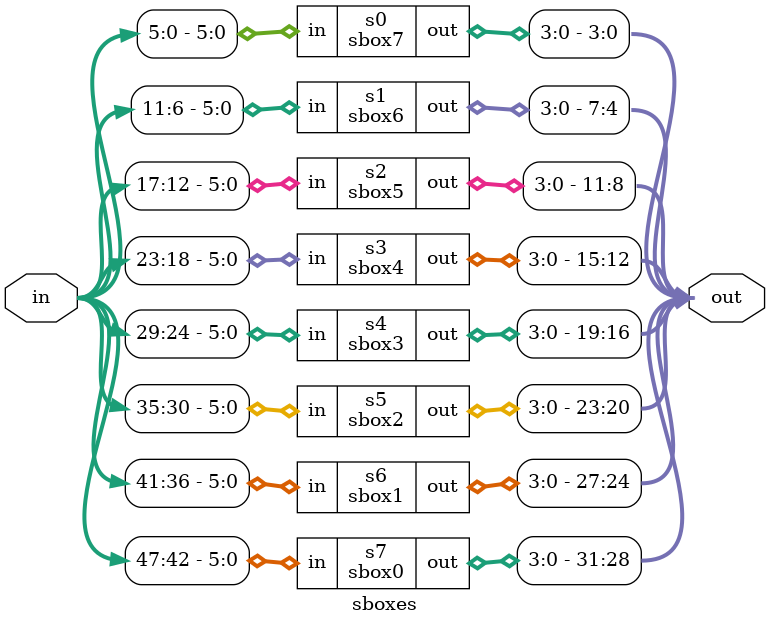
<source format=v>


module sbox0 (in,out);
input [5:0] in;
output [3:0] out;

reg [3:0] out;

always @(in) begin
  case (in)
    0 : out = 14;
    1 : out = 0;
    2 : out = 4;
    3 : out = 15;
    4 : out = 13;
    5 : out = 7;
    6 : out = 1;
    7 : out = 4;
    8 : out = 2;
    9 : out = 14;
    10 : out = 15;
    11 : out = 2;
    12 : out = 11;
    13 : out = 13;
    14 : out = 8;
    15 : out = 1;
    16 : out = 3;
    17 : out = 10;
    18 : out = 10;
    19 : out = 6;
    20 : out = 6;
    21 : out = 12;
    22 : out = 12;
    23 : out = 11;
    24 : out = 5;
    25 : out = 9;
    26 : out = 9;
    27 : out = 5;
    28 : out = 0;
    29 : out = 3;
    30 : out = 7;
    31 : out = 8;
    32 : out = 4;
    33 : out = 15;
    34 : out = 1;
    35 : out = 12;
    36 : out = 14;
    37 : out = 8;
    38 : out = 8;
    39 : out = 2;
    40 : out = 13;
    41 : out = 4;
    42 : out = 6;
    43 : out = 9;
    44 : out = 2;
    45 : out = 1;
    46 : out = 11;
    47 : out = 7;
    48 : out = 15;
    49 : out = 5;
    50 : out = 12;
    51 : out = 11;
    52 : out = 9;
    53 : out = 3;
    54 : out = 7;
    55 : out = 14;
    56 : out = 3;
    57 : out = 10;
    58 : out = 10;
    59 : out = 0;
    60 : out = 5;
    61 : out = 6;
    62 : out = 0;
    63 : out = 13;
  endcase
end
endmodule

module sbox1 (in,out);
input [5:0] in;
output [3:0] out;

reg [3:0] out;

always @(in) begin
  case (in)
    0 : out = 15;
    1 : out = 3;
    2 : out = 1;
    3 : out = 13;
    4 : out = 8;
    5 : out = 4;
    6 : out = 14;
    7 : out = 7;
    8 : out = 6;
    9 : out = 15;
    10 : out = 11;
    11 : out = 2;
    12 : out = 3;
    13 : out = 8;
    14 : out = 4;
    15 : out = 14;
    16 : out = 9;
    17 : out = 12;
    18 : out = 7;
    19 : out = 0;
    20 : out = 2;
    21 : out = 1;
    22 : out = 13;
    23 : out = 10;
    24 : out = 12;
    25 : out = 6;
    26 : out = 0;
    27 : out = 9;
    28 : out = 5;
    29 : out = 11;
    30 : out = 10;
    31 : out = 5;
    32 : out = 0;
    33 : out = 13;
    34 : out = 14;
    35 : out = 8;
    36 : out = 7;
    37 : out = 10;
    38 : out = 11;
    39 : out = 1;
    40 : out = 10;
    41 : out = 3;
    42 : out = 4;
    43 : out = 15;
    44 : out = 13;
    45 : out = 4;
    46 : out = 1;
    47 : out = 2;
    48 : out = 5;
    49 : out = 11;
    50 : out = 8;
    51 : out = 6;
    52 : out = 12;
    53 : out = 7;
    54 : out = 6;
    55 : out = 12;
    56 : out = 9;
    57 : out = 0;
    58 : out = 3;
    59 : out = 5;
    60 : out = 2;
    61 : out = 14;
    62 : out = 15;
    63 : out = 9;
  endcase
end
endmodule

module sbox2 (in,out);
input [5:0] in;
output [3:0] out;

reg [3:0] out;

always @(in) begin
  case (in)
    0 : out = 10;
    1 : out = 13;
    2 : out = 0;
    3 : out = 7;
    4 : out = 9;
    5 : out = 0;
    6 : out = 14;
    7 : out = 9;
    8 : out = 6;
    9 : out = 3;
    10 : out = 3;
    11 : out = 4;
    12 : out = 15;
    13 : out = 6;
    14 : out = 5;
    15 : out = 10;
    16 : out = 1;
    17 : out = 2;
    18 : out = 13;
    19 : out = 8;
    20 : out = 12;
    21 : out = 5;
    22 : out = 7;
    23 : out = 14;
    24 : out = 11;
    25 : out = 12;
    26 : out = 4;
    27 : out = 11;
    28 : out = 2;
    29 : out = 15;
    30 : out = 8;
    31 : out = 1;
    32 : out = 13;
    33 : out = 1;
    34 : out = 6;
    35 : out = 10;
    36 : out = 4;
    37 : out = 13;
    38 : out = 9;
    39 : out = 0;
    40 : out = 8;
    41 : out = 6;
    42 : out = 15;
    43 : out = 9;
    44 : out = 3;
    45 : out = 8;
    46 : out = 0;
    47 : out = 7;
    48 : out = 11;
    49 : out = 4;
    50 : out = 1;
    51 : out = 15;
    52 : out = 2;
    53 : out = 14;
    54 : out = 12;
    55 : out = 3;
    56 : out = 5;
    57 : out = 11;
    58 : out = 10;
    59 : out = 5;
    60 : out = 14;
    61 : out = 2;
    62 : out = 7;
    63 : out = 12;
  endcase
end
endmodule

module sbox3 (in,out);
input [5:0] in;
output [3:0] out;

reg [3:0] out;

always @(in) begin
  case (in)
    0 : out = 7;
    1 : out = 13;
    2 : out = 13;
    3 : out = 8;
    4 : out = 14;
    5 : out = 11;
    6 : out = 3;
    7 : out = 5;
    8 : out = 0;
    9 : out = 6;
    10 : out = 6;
    11 : out = 15;
    12 : out = 9;
    13 : out = 0;
    14 : out = 10;
    15 : out = 3;
    16 : out = 1;
    17 : out = 4;
    18 : out = 2;
    19 : out = 7;
    20 : out = 8;
    21 : out = 2;
    22 : out = 5;
    23 : out = 12;
    24 : out = 11;
    25 : out = 1;
    26 : out = 12;
    27 : out = 10;
    28 : out = 4;
    29 : out = 14;
    30 : out = 15;
    31 : out = 9;
    32 : out = 10;
    33 : out = 3;
    34 : out = 6;
    35 : out = 15;
    36 : out = 9;
    37 : out = 0;
    38 : out = 0;
    39 : out = 6;
    40 : out = 12;
    41 : out = 10;
    42 : out = 11;
    43 : out = 1;
    44 : out = 7;
    45 : out = 13;
    46 : out = 13;
    47 : out = 8;
    48 : out = 15;
    49 : out = 9;
    50 : out = 1;
    51 : out = 4;
    52 : out = 3;
    53 : out = 5;
    54 : out = 14;
    55 : out = 11;
    56 : out = 5;
    57 : out = 12;
    58 : out = 2;
    59 : out = 7;
    60 : out = 8;
    61 : out = 2;
    62 : out = 4;
    63 : out = 14;
  endcase
end
endmodule

module sbox4 (in,out);
input [5:0] in;
output [3:0] out;

reg [3:0] out;

always @(in) begin
  case (in)
    0 : out = 2;
    1 : out = 14;
    2 : out = 12;
    3 : out = 11;
    4 : out = 4;
    5 : out = 2;
    6 : out = 1;
    7 : out = 12;
    8 : out = 7;
    9 : out = 4;
    10 : out = 10;
    11 : out = 7;
    12 : out = 11;
    13 : out = 13;
    14 : out = 6;
    15 : out = 1;
    16 : out = 8;
    17 : out = 5;
    18 : out = 5;
    19 : out = 0;
    20 : out = 3;
    21 : out = 15;
    22 : out = 15;
    23 : out = 10;
    24 : out = 13;
    25 : out = 3;
    26 : out = 0;
    27 : out = 9;
    28 : out = 14;
    29 : out = 8;
    30 : out = 9;
    31 : out = 6;
    32 : out = 4;
    33 : out = 11;
    34 : out = 2;
    35 : out = 8;
    36 : out = 1;
    37 : out = 12;
    38 : out = 11;
    39 : out = 7;
    40 : out = 10;
    41 : out = 1;
    42 : out = 13;
    43 : out = 14;
    44 : out = 7;
    45 : out = 2;
    46 : out = 8;
    47 : out = 13;
    48 : out = 15;
    49 : out = 6;
    50 : out = 9;
    51 : out = 15;
    52 : out = 12;
    53 : out = 0;
    54 : out = 5;
    55 : out = 9;
    56 : out = 6;
    57 : out = 10;
    58 : out = 3;
    59 : out = 4;
    60 : out = 0;
    61 : out = 5;
    62 : out = 14;
    63 : out = 3;
  endcase
end
endmodule

module sbox5 (in,out);
input [5:0] in;
output [3:0] out;

reg [3:0] out;

always @(in) begin
  case (in)
    0 : out = 12;
    1 : out = 10;
    2 : out = 1;
    3 : out = 15;
    4 : out = 10;
    5 : out = 4;
    6 : out = 15;
    7 : out = 2;
    8 : out = 9;
    9 : out = 7;
    10 : out = 2;
    11 : out = 12;
    12 : out = 6;
    13 : out = 9;
    14 : out = 8;
    15 : out = 5;
    16 : out = 0;
    17 : out = 6;
    18 : out = 13;
    19 : out = 1;
    20 : out = 3;
    21 : out = 13;
    22 : out = 4;
    23 : out = 14;
    24 : out = 14;
    25 : out = 0;
    26 : out = 7;
    27 : out = 11;
    28 : out = 5;
    29 : out = 3;
    30 : out = 11;
    31 : out = 8;
    32 : out = 9;
    33 : out = 4;
    34 : out = 14;
    35 : out = 3;
    36 : out = 15;
    37 : out = 2;
    38 : out = 5;
    39 : out = 12;
    40 : out = 2;
    41 : out = 9;
    42 : out = 8;
    43 : out = 5;
    44 : out = 12;
    45 : out = 15;
    46 : out = 3;
    47 : out = 10;
    48 : out = 7;
    49 : out = 11;
    50 : out = 0;
    51 : out = 14;
    52 : out = 4;
    53 : out = 1;
    54 : out = 10;
    55 : out = 7;
    56 : out = 1;
    57 : out = 6;
    58 : out = 13;
    59 : out = 0;
    60 : out = 11;
    61 : out = 8;
    62 : out = 6;
    63 : out = 13;
  endcase
end
endmodule

module sbox6 (in,out);
input [5:0] in;
output [3:0] out;

reg [3:0] out;

always @(in) begin
  case (in)
    0 : out = 4;
    1 : out = 13;
    2 : out = 11;
    3 : out = 0;
    4 : out = 2;
    5 : out = 11;
    6 : out = 14;
    7 : out = 7;
    8 : out = 15;
    9 : out = 4;
    10 : out = 0;
    11 : out = 9;
    12 : out = 8;
    13 : out = 1;
    14 : out = 13;
    15 : out = 10;
    16 : out = 3;
    17 : out = 14;
    18 : out = 12;
    19 : out = 3;
    20 : out = 9;
    21 : out = 5;
    22 : out = 7;
    23 : out = 12;
    24 : out = 5;
    25 : out = 2;
    26 : out = 10;
    27 : out = 15;
    28 : out = 6;
    29 : out = 8;
    30 : out = 1;
    31 : out = 6;
    32 : out = 1;
    33 : out = 6;
    34 : out = 4;
    35 : out = 11;
    36 : out = 11;
    37 : out = 13;
    38 : out = 13;
    39 : out = 8;
    40 : out = 12;
    41 : out = 1;
    42 : out = 3;
    43 : out = 4;
    44 : out = 7;
    45 : out = 10;
    46 : out = 14;
    47 : out = 7;
    48 : out = 10;
    49 : out = 9;
    50 : out = 15;
    51 : out = 5;
    52 : out = 6;
    53 : out = 0;
    54 : out = 8;
    55 : out = 15;
    56 : out = 0;
    57 : out = 14;
    58 : out = 5;
    59 : out = 2;
    60 : out = 9;
    61 : out = 3;
    62 : out = 2;
    63 : out = 12;
  endcase
end
endmodule

module sbox7 (in,out);
input [5:0] in;
output [3:0] out;

reg [3:0] out;

always @(in) begin
  case (in)
    0 : out = 13;
    1 : out = 1;
    2 : out = 2;
    3 : out = 15;
    4 : out = 8;
    5 : out = 13;
    6 : out = 4;
    7 : out = 8;
    8 : out = 6;
    9 : out = 10;
    10 : out = 15;
    11 : out = 3;
    12 : out = 11;
    13 : out = 7;
    14 : out = 1;
    15 : out = 4;
    16 : out = 10;
    17 : out = 12;
    18 : out = 9;
    19 : out = 5;
    20 : out = 3;
    21 : out = 6;
    22 : out = 14;
    23 : out = 11;
    24 : out = 5;
    25 : out = 0;
    26 : out = 0;
    27 : out = 14;
    28 : out = 12;
    29 : out = 9;
    30 : out = 7;
    31 : out = 2;
    32 : out = 7;
    33 : out = 2;
    34 : out = 11;
    35 : out = 1;
    36 : out = 4;
    37 : out = 14;
    38 : out = 1;
    39 : out = 7;
    40 : out = 9;
    41 : out = 4;
    42 : out = 12;
    43 : out = 10;
    44 : out = 14;
    45 : out = 8;
    46 : out = 2;
    47 : out = 13;
    48 : out = 0;
    49 : out = 15;
    50 : out = 6;
    51 : out = 12;
    52 : out = 10;
    53 : out = 9;
    54 : out = 13;
    55 : out = 0;
    56 : out = 15;
    57 : out = 3;
    58 : out = 3;
    59 : out = 5;
    60 : out = 5;
    61 : out = 6;
    62 : out = 8;
    63 : out = 11;
  endcase
end
endmodule

module sboxes (in,out);
input [47:0] in;
output [31:0] out;

wire [31:0] out;

sbox7 s0 (.in(in[5:0]),.out(out[3:0]));
sbox6 s1 (.in(in[11:6]),.out(out[7:4]));
sbox5 s2 (.in(in[17:12]),.out(out[11:8]));
sbox4 s3 (.in(in[23:18]),.out(out[15:12]));
sbox3 s4 (.in(in[29:24]),.out(out[19:16]));
sbox2 s5 (.in(in[35:30]),.out(out[23:20]));
sbox1 s6 (.in(in[41:36]),.out(out[27:24]));
sbox0 s7 (.in(in[47:42]),.out(out[31:28]));
endmodule


</source>
